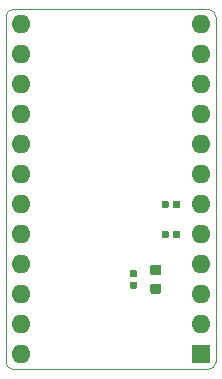
<source format=gbr>
%TF.GenerationSoftware,KiCad,Pcbnew,5.1.5+dfsg1-2~bpo10+1*%
%TF.CreationDate,Date%
%TF.ProjectId,ProMicro_TEST,50726f4d-6963-4726-9f5f-544553542e6b,v1.0*%
%TF.SameCoordinates,Original*%
%TF.FileFunction,Soldermask,Bot*%
%TF.FilePolarity,Negative*%
%FSLAX45Y45*%
G04 Gerber Fmt 4.5, Leading zero omitted, Abs format (unit mm)*
G04 Created by KiCad*
%MOMM*%
%LPD*%
G04 APERTURE LIST*
%ADD10C,0.100000*%
%ADD11O,1.600000X1.600000*%
%ADD12R,1.600000X1.600000*%
%ADD13C,0.150000*%
G04 APERTURE END LIST*
D10*
X127000Y2857500D02*
X127000Y-63500D01*
X-1651000Y-63500D02*
X-1651000Y2857500D01*
X-1587500Y-127000D02*
G75*
G02X-1651000Y-63500I0J63500D01*
G01*
X127000Y-63500D02*
G75*
G02X63500Y-127000I-63500J0D01*
G01*
X63500Y2921000D02*
G75*
G02X127000Y2857500I0J-63500D01*
G01*
X-1651000Y2857500D02*
G75*
G02X-1587500Y2921000I63500J0D01*
G01*
X63500Y-127000D02*
X-1587500Y-127000D01*
X-1587500Y2921000D02*
X63500Y2921000D01*
D11*
X-1524000Y0D03*
X-1524000Y254000D03*
X-1524000Y508000D03*
X0Y2794000D03*
X-1524000Y762000D03*
X0Y2540000D03*
X-1524000Y1016000D03*
X0Y2286000D03*
X-1524000Y1270000D03*
X0Y2032000D03*
X-1524000Y1524000D03*
X0Y1778000D03*
X-1524000Y1778000D03*
X0Y1524000D03*
X-1524000Y2032000D03*
X0Y1270000D03*
X-1524000Y2286000D03*
X0Y1016000D03*
X-1524000Y2540000D03*
X0Y762000D03*
X-1524000Y2794000D03*
X0Y508000D03*
X0Y254000D03*
D12*
X0Y0D03*
D13*
G36*
X-286304Y1047929D02*
G01*
X-284872Y1047717D01*
X-283468Y1047365D01*
X-282105Y1046877D01*
X-280797Y1046258D01*
X-279555Y1045514D01*
X-278393Y1044652D01*
X-277320Y1043680D01*
X-276348Y1042607D01*
X-275486Y1041445D01*
X-274742Y1040203D01*
X-274123Y1038895D01*
X-273635Y1037532D01*
X-273283Y1036128D01*
X-273071Y1034696D01*
X-273000Y1033250D01*
X-273000Y998750D01*
X-273071Y997304D01*
X-273283Y995872D01*
X-273635Y994468D01*
X-274123Y993105D01*
X-274742Y991797D01*
X-275486Y990555D01*
X-276348Y989393D01*
X-277320Y988320D01*
X-278393Y987348D01*
X-279555Y986486D01*
X-280797Y985742D01*
X-282105Y985123D01*
X-283468Y984635D01*
X-284872Y984283D01*
X-286304Y984071D01*
X-287750Y984000D01*
X-317250Y984000D01*
X-318696Y984071D01*
X-320128Y984283D01*
X-321532Y984635D01*
X-322895Y985123D01*
X-324203Y985742D01*
X-325445Y986486D01*
X-326607Y987348D01*
X-327680Y988320D01*
X-328652Y989393D01*
X-329514Y990555D01*
X-330258Y991797D01*
X-330877Y993105D01*
X-331365Y994468D01*
X-331717Y995872D01*
X-331929Y997304D01*
X-332000Y998750D01*
X-332000Y1033250D01*
X-331929Y1034696D01*
X-331717Y1036128D01*
X-331365Y1037532D01*
X-330877Y1038895D01*
X-330258Y1040203D01*
X-329514Y1041445D01*
X-328652Y1042607D01*
X-327680Y1043680D01*
X-326607Y1044652D01*
X-325445Y1045514D01*
X-324203Y1046258D01*
X-322895Y1046877D01*
X-321532Y1047365D01*
X-320128Y1047717D01*
X-318696Y1047929D01*
X-317250Y1048000D01*
X-287750Y1048000D01*
X-286304Y1047929D01*
G37*
G36*
X-189304Y1047929D02*
G01*
X-187872Y1047717D01*
X-186468Y1047365D01*
X-185105Y1046877D01*
X-183797Y1046258D01*
X-182555Y1045514D01*
X-181393Y1044652D01*
X-180320Y1043680D01*
X-179348Y1042607D01*
X-178486Y1041445D01*
X-177742Y1040203D01*
X-177123Y1038895D01*
X-176635Y1037532D01*
X-176283Y1036128D01*
X-176071Y1034696D01*
X-176000Y1033250D01*
X-176000Y998750D01*
X-176071Y997304D01*
X-176283Y995872D01*
X-176635Y994468D01*
X-177123Y993105D01*
X-177742Y991797D01*
X-178486Y990555D01*
X-179348Y989393D01*
X-180320Y988320D01*
X-181393Y987348D01*
X-182555Y986486D01*
X-183797Y985742D01*
X-185105Y985123D01*
X-186468Y984635D01*
X-187872Y984283D01*
X-189304Y984071D01*
X-190750Y984000D01*
X-220250Y984000D01*
X-221696Y984071D01*
X-223128Y984283D01*
X-224532Y984635D01*
X-225895Y985123D01*
X-227203Y985742D01*
X-228445Y986486D01*
X-229607Y987348D01*
X-230680Y988320D01*
X-231652Y989393D01*
X-232514Y990555D01*
X-233258Y991797D01*
X-233877Y993105D01*
X-234365Y994468D01*
X-234717Y995872D01*
X-234929Y997304D01*
X-235000Y998750D01*
X-235000Y1033250D01*
X-234929Y1034696D01*
X-234717Y1036128D01*
X-234365Y1037532D01*
X-233877Y1038895D01*
X-233258Y1040203D01*
X-232514Y1041445D01*
X-231652Y1042607D01*
X-230680Y1043680D01*
X-229607Y1044652D01*
X-228445Y1045514D01*
X-227203Y1046258D01*
X-225895Y1046877D01*
X-224532Y1047365D01*
X-223128Y1047717D01*
X-221696Y1047929D01*
X-220250Y1048000D01*
X-190750Y1048000D01*
X-189304Y1047929D01*
G37*
G36*
X-286304Y1301929D02*
G01*
X-284872Y1301717D01*
X-283468Y1301365D01*
X-282105Y1300877D01*
X-280797Y1300258D01*
X-279555Y1299514D01*
X-278393Y1298652D01*
X-277320Y1297680D01*
X-276348Y1296607D01*
X-275486Y1295445D01*
X-274742Y1294203D01*
X-274123Y1292895D01*
X-273635Y1291532D01*
X-273283Y1290128D01*
X-273071Y1288696D01*
X-273000Y1287250D01*
X-273000Y1252750D01*
X-273071Y1251304D01*
X-273283Y1249872D01*
X-273635Y1248468D01*
X-274123Y1247105D01*
X-274742Y1245797D01*
X-275486Y1244555D01*
X-276348Y1243393D01*
X-277320Y1242320D01*
X-278393Y1241348D01*
X-279555Y1240486D01*
X-280797Y1239742D01*
X-282105Y1239123D01*
X-283468Y1238635D01*
X-284872Y1238283D01*
X-286304Y1238071D01*
X-287750Y1238000D01*
X-317250Y1238000D01*
X-318696Y1238071D01*
X-320128Y1238283D01*
X-321532Y1238635D01*
X-322895Y1239123D01*
X-324203Y1239742D01*
X-325445Y1240486D01*
X-326607Y1241348D01*
X-327680Y1242320D01*
X-328652Y1243393D01*
X-329514Y1244555D01*
X-330258Y1245797D01*
X-330877Y1247105D01*
X-331365Y1248468D01*
X-331717Y1249872D01*
X-331929Y1251304D01*
X-332000Y1252750D01*
X-332000Y1287250D01*
X-331929Y1288696D01*
X-331717Y1290128D01*
X-331365Y1291532D01*
X-330877Y1292895D01*
X-330258Y1294203D01*
X-329514Y1295445D01*
X-328652Y1296607D01*
X-327680Y1297680D01*
X-326607Y1298652D01*
X-325445Y1299514D01*
X-324203Y1300258D01*
X-322895Y1300877D01*
X-321532Y1301365D01*
X-320128Y1301717D01*
X-318696Y1301929D01*
X-317250Y1302000D01*
X-287750Y1302000D01*
X-286304Y1301929D01*
G37*
G36*
X-189304Y1301929D02*
G01*
X-187872Y1301717D01*
X-186468Y1301365D01*
X-185105Y1300877D01*
X-183797Y1300258D01*
X-182555Y1299514D01*
X-181393Y1298652D01*
X-180320Y1297680D01*
X-179348Y1296607D01*
X-178486Y1295445D01*
X-177742Y1294203D01*
X-177123Y1292895D01*
X-176635Y1291532D01*
X-176283Y1290128D01*
X-176071Y1288696D01*
X-176000Y1287250D01*
X-176000Y1252750D01*
X-176071Y1251304D01*
X-176283Y1249872D01*
X-176635Y1248468D01*
X-177123Y1247105D01*
X-177742Y1245797D01*
X-178486Y1244555D01*
X-179348Y1243393D01*
X-180320Y1242320D01*
X-181393Y1241348D01*
X-182555Y1240486D01*
X-183797Y1239742D01*
X-185105Y1239123D01*
X-186468Y1238635D01*
X-187872Y1238283D01*
X-189304Y1238071D01*
X-190750Y1238000D01*
X-220250Y1238000D01*
X-221696Y1238071D01*
X-223128Y1238283D01*
X-224532Y1238635D01*
X-225895Y1239123D01*
X-227203Y1239742D01*
X-228445Y1240486D01*
X-229607Y1241348D01*
X-230680Y1242320D01*
X-231652Y1243393D01*
X-232514Y1244555D01*
X-233258Y1245797D01*
X-233877Y1247105D01*
X-234365Y1248468D01*
X-234717Y1249872D01*
X-234929Y1251304D01*
X-235000Y1252750D01*
X-235000Y1287250D01*
X-234929Y1288696D01*
X-234717Y1290128D01*
X-234365Y1291532D01*
X-233877Y1292895D01*
X-233258Y1294203D01*
X-232514Y1295445D01*
X-231652Y1296607D01*
X-230680Y1297680D01*
X-229607Y1298652D01*
X-228445Y1299514D01*
X-227203Y1300258D01*
X-225895Y1300877D01*
X-224532Y1301365D01*
X-223128Y1301717D01*
X-221696Y1301929D01*
X-220250Y1302000D01*
X-190750Y1302000D01*
X-189304Y1301929D01*
G37*
G36*
X-353231Y599895D02*
G01*
X-351107Y599580D01*
X-349025Y599058D01*
X-347004Y598335D01*
X-345063Y597417D01*
X-343222Y596313D01*
X-341498Y595035D01*
X-339907Y593593D01*
X-338465Y592002D01*
X-337187Y590278D01*
X-336083Y588437D01*
X-335165Y586496D01*
X-334442Y584475D01*
X-333920Y582393D01*
X-333605Y580269D01*
X-333500Y578125D01*
X-333500Y534375D01*
X-333605Y532231D01*
X-333920Y530107D01*
X-334442Y528025D01*
X-335165Y526004D01*
X-336083Y524063D01*
X-337187Y522222D01*
X-338465Y520498D01*
X-339907Y518907D01*
X-341498Y517465D01*
X-343222Y516187D01*
X-345063Y515083D01*
X-347004Y514165D01*
X-349025Y513442D01*
X-351107Y512920D01*
X-353231Y512605D01*
X-355375Y512500D01*
X-406625Y512500D01*
X-408769Y512605D01*
X-410893Y512920D01*
X-412975Y513442D01*
X-414996Y514165D01*
X-416937Y515083D01*
X-418778Y516187D01*
X-420502Y517465D01*
X-422093Y518907D01*
X-423535Y520498D01*
X-424813Y522222D01*
X-425917Y524063D01*
X-426835Y526004D01*
X-427558Y528025D01*
X-428080Y530107D01*
X-428395Y532231D01*
X-428500Y534375D01*
X-428500Y578125D01*
X-428395Y580269D01*
X-428080Y582393D01*
X-427558Y584475D01*
X-426835Y586496D01*
X-425917Y588437D01*
X-424813Y590278D01*
X-423535Y592002D01*
X-422093Y593593D01*
X-420502Y595035D01*
X-418778Y596313D01*
X-416937Y597417D01*
X-414996Y598335D01*
X-412975Y599058D01*
X-410893Y599580D01*
X-408769Y599895D01*
X-406625Y600000D01*
X-355375Y600000D01*
X-353231Y599895D01*
G37*
G36*
X-353231Y757395D02*
G01*
X-351107Y757080D01*
X-349025Y756558D01*
X-347004Y755835D01*
X-345063Y754917D01*
X-343222Y753813D01*
X-341498Y752535D01*
X-339907Y751093D01*
X-338465Y749502D01*
X-337187Y747778D01*
X-336083Y745937D01*
X-335165Y743996D01*
X-334442Y741975D01*
X-333920Y739893D01*
X-333605Y737769D01*
X-333500Y735625D01*
X-333500Y691875D01*
X-333605Y689731D01*
X-333920Y687607D01*
X-334442Y685525D01*
X-335165Y683504D01*
X-336083Y681563D01*
X-337187Y679722D01*
X-338465Y677998D01*
X-339907Y676407D01*
X-341498Y674965D01*
X-343222Y673687D01*
X-345063Y672583D01*
X-347004Y671665D01*
X-349025Y670942D01*
X-351107Y670420D01*
X-353231Y670105D01*
X-355375Y670000D01*
X-406625Y670000D01*
X-408769Y670105D01*
X-410893Y670420D01*
X-412975Y670942D01*
X-414996Y671665D01*
X-416937Y672583D01*
X-418778Y673687D01*
X-420502Y674965D01*
X-422093Y676407D01*
X-423535Y677998D01*
X-424813Y679722D01*
X-425917Y681563D01*
X-426835Y683504D01*
X-427558Y685525D01*
X-428080Y687607D01*
X-428395Y689731D01*
X-428500Y691875D01*
X-428500Y735625D01*
X-428395Y737769D01*
X-428080Y739893D01*
X-427558Y741975D01*
X-426835Y743996D01*
X-425917Y745937D01*
X-424813Y747778D01*
X-423535Y749502D01*
X-422093Y751093D01*
X-420502Y752535D01*
X-418778Y753813D01*
X-416937Y754917D01*
X-414996Y755835D01*
X-412975Y756558D01*
X-410893Y757080D01*
X-408769Y757395D01*
X-406625Y757500D01*
X-355375Y757500D01*
X-353231Y757395D01*
G37*
G36*
X-552804Y615929D02*
G01*
X-551372Y615717D01*
X-549968Y615365D01*
X-548605Y614877D01*
X-547297Y614258D01*
X-546055Y613514D01*
X-544893Y612652D01*
X-543820Y611680D01*
X-542848Y610607D01*
X-541986Y609445D01*
X-541242Y608203D01*
X-540623Y606895D01*
X-540135Y605532D01*
X-539783Y604128D01*
X-539571Y602696D01*
X-539500Y601250D01*
X-539500Y571750D01*
X-539571Y570304D01*
X-539783Y568872D01*
X-540135Y567468D01*
X-540623Y566105D01*
X-541242Y564797D01*
X-541986Y563555D01*
X-542848Y562393D01*
X-543820Y561320D01*
X-544893Y560348D01*
X-546055Y559486D01*
X-547297Y558742D01*
X-548605Y558123D01*
X-549968Y557635D01*
X-551372Y557283D01*
X-552804Y557071D01*
X-554250Y557000D01*
X-588750Y557000D01*
X-590196Y557071D01*
X-591628Y557283D01*
X-593032Y557635D01*
X-594395Y558123D01*
X-595703Y558742D01*
X-596945Y559486D01*
X-598107Y560348D01*
X-599180Y561320D01*
X-600152Y562393D01*
X-601014Y563555D01*
X-601758Y564797D01*
X-602377Y566105D01*
X-602865Y567468D01*
X-603217Y568872D01*
X-603429Y570304D01*
X-603500Y571750D01*
X-603500Y601250D01*
X-603429Y602696D01*
X-603217Y604128D01*
X-602865Y605532D01*
X-602377Y606895D01*
X-601758Y608203D01*
X-601014Y609445D01*
X-600152Y610607D01*
X-599180Y611680D01*
X-598107Y612652D01*
X-596945Y613514D01*
X-595703Y614258D01*
X-594395Y614877D01*
X-593032Y615365D01*
X-591628Y615717D01*
X-590196Y615929D01*
X-588750Y616000D01*
X-554250Y616000D01*
X-552804Y615929D01*
G37*
G36*
X-552804Y712929D02*
G01*
X-551372Y712717D01*
X-549968Y712365D01*
X-548605Y711877D01*
X-547297Y711258D01*
X-546055Y710514D01*
X-544893Y709652D01*
X-543820Y708680D01*
X-542848Y707607D01*
X-541986Y706445D01*
X-541242Y705203D01*
X-540623Y703895D01*
X-540135Y702532D01*
X-539783Y701128D01*
X-539571Y699696D01*
X-539500Y698250D01*
X-539500Y668750D01*
X-539571Y667304D01*
X-539783Y665872D01*
X-540135Y664468D01*
X-540623Y663105D01*
X-541242Y661797D01*
X-541986Y660555D01*
X-542848Y659393D01*
X-543820Y658320D01*
X-544893Y657348D01*
X-546055Y656486D01*
X-547297Y655742D01*
X-548605Y655123D01*
X-549968Y654635D01*
X-551372Y654283D01*
X-552804Y654071D01*
X-554250Y654000D01*
X-588750Y654000D01*
X-590196Y654071D01*
X-591628Y654283D01*
X-593032Y654635D01*
X-594395Y655123D01*
X-595703Y655742D01*
X-596945Y656486D01*
X-598107Y657348D01*
X-599180Y658320D01*
X-600152Y659393D01*
X-601014Y660555D01*
X-601758Y661797D01*
X-602377Y663105D01*
X-602865Y664468D01*
X-603217Y665872D01*
X-603429Y667304D01*
X-603500Y668750D01*
X-603500Y698250D01*
X-603429Y699696D01*
X-603217Y701128D01*
X-602865Y702532D01*
X-602377Y703895D01*
X-601758Y705203D01*
X-601014Y706445D01*
X-600152Y707607D01*
X-599180Y708680D01*
X-598107Y709652D01*
X-596945Y710514D01*
X-595703Y711258D01*
X-594395Y711877D01*
X-593032Y712365D01*
X-591628Y712717D01*
X-590196Y712929D01*
X-588750Y713000D01*
X-554250Y713000D01*
X-552804Y712929D01*
G37*
M02*

</source>
